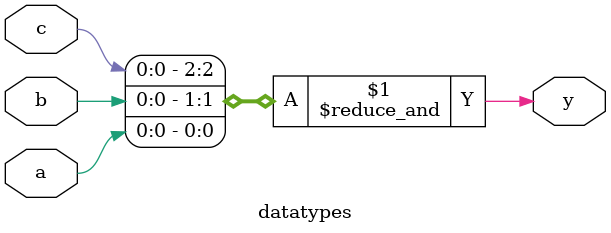
<source format=v>
module datatypes(a,b,c,y);
	input a,b,c;
	//output wor y;
	output wand y;
	buf b1(y,a);
	buf b2(y,b);
	buf b3(y,c);

endmodule

</source>
